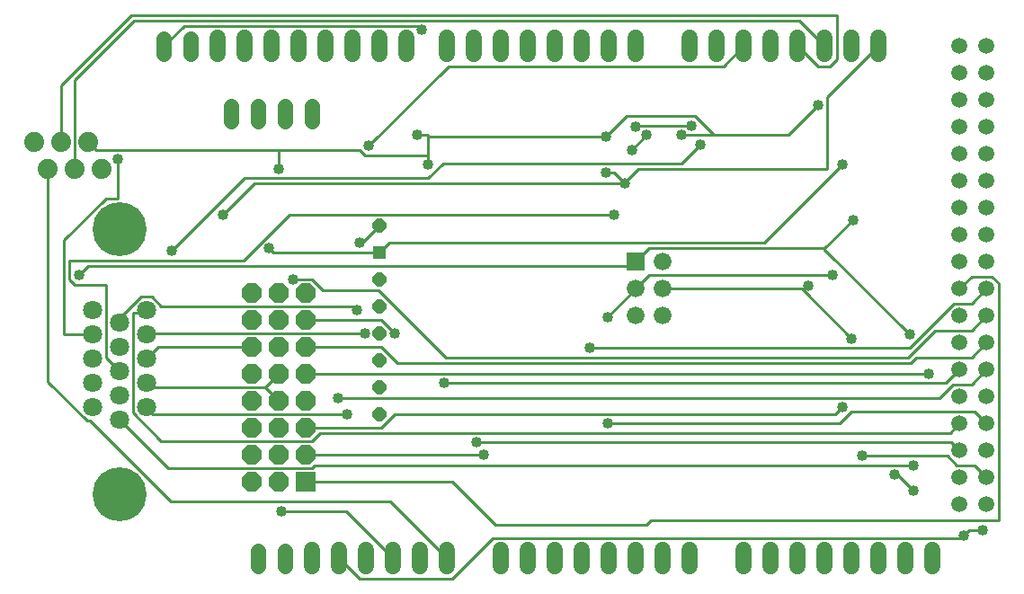
<source format=gbl>
G75*
G70*
%OFA0B0*%
%FSLAX24Y24*%
%IPPOS*%
%LPD*%
%AMOC8*
5,1,8,0,0,1.08239X$1,22.5*
%
%ADD10C,0.0594*%
%ADD11C,0.0594*%
%ADD12C,0.0560*%
%ADD13C,0.0660*%
%ADD14R,0.0660X0.0660*%
%ADD15C,0.0740*%
%ADD16R,0.0740X0.0740*%
%ADD17OC8,0.0740*%
%ADD18OC8,0.0515*%
%ADD19R,0.0515X0.0515*%
%ADD20C,0.0709*%
%ADD21C,0.2000*%
%ADD22C,0.0100*%
%ADD23C,0.0400*%
D10*
X013875Y002073D02*
X013875Y002666D01*
X014875Y002666D02*
X014875Y002073D01*
X015875Y002073D02*
X015875Y002666D01*
X016875Y002666D02*
X016875Y002073D01*
X017875Y002073D02*
X017875Y002666D01*
X018875Y002666D02*
X018875Y002073D01*
X020875Y002073D02*
X020875Y002666D01*
X021875Y002666D02*
X021875Y002073D01*
X022875Y002073D02*
X022875Y002666D01*
X023875Y002666D02*
X023875Y002073D01*
X024875Y002073D02*
X024875Y002666D01*
X025875Y002666D02*
X025875Y002073D01*
X026875Y002073D02*
X026875Y002666D01*
X027875Y002666D02*
X027875Y002073D01*
X029875Y002073D02*
X029875Y002666D01*
X030875Y002666D02*
X030875Y002073D01*
X031875Y002073D02*
X031875Y002666D01*
X032875Y002666D02*
X032875Y002073D01*
X033875Y002073D02*
X033875Y002666D01*
X034875Y002666D02*
X034875Y002073D01*
X035875Y002073D02*
X035875Y002666D01*
X036875Y002666D02*
X036875Y002073D01*
X034875Y021073D02*
X034875Y021666D01*
X033875Y021666D02*
X033875Y021073D01*
X032875Y021073D02*
X032875Y021666D01*
X031875Y021666D02*
X031875Y021073D01*
X030875Y021073D02*
X030875Y021666D01*
X029875Y021666D02*
X029875Y021073D01*
X028875Y021073D02*
X028875Y021666D01*
X027875Y021666D02*
X027875Y021073D01*
X025875Y021073D02*
X025875Y021666D01*
X024875Y021666D02*
X024875Y021073D01*
X023875Y021073D02*
X023875Y021666D01*
X022875Y021666D02*
X022875Y021073D01*
X021875Y021073D02*
X021875Y021666D01*
X020875Y021666D02*
X020875Y021073D01*
X019875Y021073D02*
X019875Y021666D01*
X018875Y021666D02*
X018875Y021073D01*
X017375Y021073D02*
X017375Y021666D01*
X016375Y021666D02*
X016375Y021073D01*
X015375Y021073D02*
X015375Y021666D01*
X014375Y021666D02*
X014375Y021073D01*
X013375Y021073D02*
X013375Y021666D01*
X012375Y021666D02*
X012375Y021073D01*
X011375Y021073D02*
X011375Y021666D01*
X010375Y021666D02*
X010375Y021073D01*
X010375Y021666D01*
D11*
X037875Y021370D03*
X038875Y021370D03*
X038875Y020370D03*
X037875Y020370D03*
X037875Y019370D03*
X038875Y019370D03*
X038875Y018370D03*
X037875Y018370D03*
X037875Y017370D03*
X038875Y017370D03*
X038875Y016370D03*
X037875Y016370D03*
X037875Y015370D03*
X038875Y015370D03*
X038875Y014370D03*
X037875Y014370D03*
X037875Y013370D03*
X038875Y013370D03*
X038875Y012370D03*
X037875Y012370D03*
X037875Y011370D03*
X038875Y011370D03*
X038875Y010370D03*
X037875Y010370D03*
X037875Y009370D03*
X038875Y009370D03*
X038875Y008370D03*
X037875Y008370D03*
X037875Y007370D03*
X038875Y007370D03*
X038875Y006370D03*
X037875Y006370D03*
X037875Y005370D03*
X038875Y005370D03*
X038875Y004370D03*
X037875Y004370D03*
D12*
X013875Y018590D02*
X013875Y019150D01*
X012875Y019150D02*
X012875Y018590D01*
X011875Y018590D02*
X011875Y019150D01*
X010875Y019150D02*
X010875Y018590D01*
X009375Y021090D02*
X009375Y021650D01*
X008375Y021650D02*
X008375Y021090D01*
X011875Y002650D02*
X011875Y002090D01*
X012875Y002090D02*
X012875Y002650D01*
D13*
X025875Y011370D03*
X026875Y011370D03*
X026875Y012370D03*
X025875Y012370D03*
X026875Y013370D03*
D14*
X025875Y013370D03*
D15*
X006075Y016820D03*
X005075Y016820D03*
X004075Y016820D03*
X003575Y017820D03*
X004575Y017820D03*
X005575Y017820D03*
D16*
X013625Y005220D03*
D17*
X012625Y005220D03*
X011625Y005220D03*
X011625Y006220D03*
X012625Y006220D03*
X013625Y006220D03*
X013625Y007220D03*
X012625Y007220D03*
X011625Y007220D03*
X011625Y008220D03*
X012625Y008220D03*
X013625Y008220D03*
X013625Y009220D03*
X012625Y009220D03*
X011625Y009220D03*
X011625Y010220D03*
X012625Y010220D03*
X013625Y010220D03*
X013625Y011220D03*
X012625Y011220D03*
X011625Y011220D03*
X011625Y012220D03*
X012625Y012220D03*
X013625Y012220D03*
D18*
X016375Y012720D03*
X016375Y011720D03*
X016375Y010720D03*
X016375Y009720D03*
X016375Y008720D03*
X016375Y007720D03*
X016375Y014720D03*
D19*
X016375Y013720D03*
D20*
X007725Y011570D03*
X006725Y011120D03*
X007725Y010670D03*
X006725Y010220D03*
X007725Y009770D03*
X006725Y009320D03*
X007725Y008870D03*
X006725Y008420D03*
X007725Y007970D03*
X006725Y007520D03*
X005725Y007970D03*
X005725Y008870D03*
X005725Y009770D03*
X005725Y010670D03*
X005725Y011570D03*
D21*
X006725Y004750D03*
X006725Y014590D03*
D22*
X006675Y015720D02*
X006225Y015720D01*
X004675Y014170D01*
X004675Y010670D01*
X005725Y010670D01*
X006725Y011120D02*
X006725Y011270D01*
X007525Y012070D01*
X007925Y012070D01*
X008275Y011720D01*
X015375Y011720D01*
X015525Y011570D01*
X016425Y011220D02*
X013625Y011220D01*
X013625Y010220D02*
X016425Y010220D01*
X017025Y009620D01*
X036075Y009620D01*
X036275Y009820D01*
X038325Y009820D01*
X038875Y010370D01*
X038325Y010820D02*
X036975Y010820D01*
X035975Y009820D01*
X018825Y009820D01*
X016325Y012320D01*
X014275Y012320D01*
X013875Y012720D01*
X013175Y012720D01*
X012425Y013720D02*
X012275Y013870D01*
X012425Y013720D02*
X016375Y013720D01*
X016725Y014070D01*
X030625Y014070D01*
X033525Y016970D01*
X032975Y016820D02*
X025975Y016820D01*
X025475Y016320D01*
X025475Y016270D01*
X011725Y016270D01*
X010575Y015120D01*
X011375Y016470D02*
X008675Y013770D01*
X011325Y013420D02*
X013025Y015120D01*
X025075Y015120D01*
X025475Y016270D02*
X025075Y016670D01*
X024775Y016670D01*
X025725Y017520D02*
X026275Y018070D01*
X025925Y018420D02*
X027925Y018420D01*
X027575Y018070D02*
X028775Y018070D01*
X028075Y018770D01*
X025525Y018770D01*
X024775Y018020D01*
X018175Y018020D01*
X018175Y017320D01*
X015825Y017320D01*
X015625Y017520D01*
X012625Y017520D01*
X012625Y016820D01*
X012625Y017520D02*
X005875Y017520D01*
X005575Y017820D01*
X004575Y017820D02*
X004575Y019920D01*
X007175Y022520D01*
X033325Y022520D01*
X033325Y020870D01*
X033075Y020620D01*
X032625Y020620D01*
X031875Y021370D01*
X031925Y022320D02*
X032875Y021370D01*
X031925Y022320D02*
X007275Y022320D01*
X005075Y020120D01*
X005075Y016820D01*
X004075Y016820D02*
X004075Y008920D01*
X005525Y007470D01*
X005625Y007470D01*
X008625Y004470D01*
X016775Y004470D01*
X018875Y002370D01*
X019075Y001620D02*
X015625Y001620D01*
X014875Y002370D01*
X015125Y004120D02*
X016875Y002370D01*
X019075Y001620D02*
X020575Y003120D01*
X037925Y003120D01*
X038025Y003220D01*
X038225Y003420D01*
X038725Y003420D01*
X039325Y003770D02*
X026425Y003770D01*
X026275Y003620D01*
X020675Y003620D01*
X019075Y005220D01*
X013625Y005220D01*
X013875Y005720D02*
X008525Y005720D01*
X006725Y007520D01*
X007225Y007770D02*
X007225Y011470D01*
X007625Y011470D01*
X007725Y011570D01*
X007775Y010720D02*
X015825Y010720D01*
X016425Y011220D02*
X016925Y010720D01*
X018775Y008870D02*
X037375Y008870D01*
X037875Y009370D01*
X036725Y009220D02*
X013625Y009220D01*
X012625Y009220D02*
X012125Y008720D01*
X012625Y008220D01*
X012125Y008720D02*
X007875Y008720D01*
X007725Y008870D01*
X006725Y009320D02*
X006225Y009820D01*
X006225Y012520D01*
X005075Y012520D01*
X004875Y012720D01*
X004875Y013420D01*
X011325Y013420D01*
X015625Y014070D02*
X015725Y014070D01*
X016375Y014720D01*
X018175Y016470D02*
X011375Y016470D01*
X006675Y017170D02*
X006675Y015720D01*
X005575Y013220D02*
X025725Y013220D01*
X025875Y013370D01*
X026375Y013870D01*
X032825Y013870D01*
X032850Y013845D01*
X033925Y014920D01*
X032850Y013845D02*
X036025Y010670D01*
X036025Y010170D02*
X024175Y010170D01*
X024825Y011320D02*
X025875Y012370D01*
X026375Y012870D01*
X033175Y012870D01*
X032275Y012470D02*
X032100Y012295D01*
X033875Y010520D01*
X036025Y010170D02*
X037675Y011820D01*
X038325Y011820D01*
X038875Y012370D01*
X039325Y012570D02*
X039075Y012820D01*
X038325Y012820D01*
X037875Y012370D01*
X038875Y011370D02*
X038325Y010820D01*
X038875Y009370D02*
X038325Y008820D01*
X037625Y008820D01*
X037125Y008320D01*
X014825Y008320D01*
X015175Y007720D02*
X007975Y007720D01*
X007725Y007970D01*
X007225Y007770D02*
X008275Y006720D01*
X013875Y006720D01*
X014175Y007020D01*
X037525Y007020D01*
X037875Y007370D01*
X038425Y007820D02*
X033875Y007820D01*
X033425Y007370D01*
X024825Y007370D01*
X020225Y006220D02*
X013625Y006220D01*
X013975Y005820D02*
X013875Y005720D01*
X013975Y005820D02*
X036175Y005820D01*
X035575Y005470D02*
X035475Y005470D01*
X035575Y005470D02*
X036175Y004870D01*
X037425Y006170D02*
X037775Y005820D01*
X038425Y005820D01*
X038875Y005370D01*
X037875Y006370D02*
X037575Y006670D01*
X019975Y006670D01*
X016925Y007720D02*
X016425Y007220D01*
X013625Y007220D01*
X016925Y007720D02*
X033275Y007720D01*
X033525Y007970D01*
X034275Y006170D02*
X037425Y006170D01*
X038875Y007370D02*
X038425Y007820D01*
X039325Y003770D02*
X039325Y012570D01*
X032100Y012295D02*
X032025Y012370D01*
X026875Y012370D01*
X032975Y016820D02*
X032975Y019470D01*
X034875Y021370D01*
X032625Y019170D02*
X031525Y018070D01*
X028775Y018070D01*
X028275Y017720D02*
X027575Y017020D01*
X018725Y017020D01*
X018175Y016470D01*
X018175Y016970D02*
X018175Y017320D01*
X018175Y018020D02*
X018175Y018070D01*
X017775Y018070D01*
X015975Y017670D02*
X018925Y020620D01*
X029125Y020620D01*
X029875Y021370D01*
X025925Y018420D02*
X025875Y018370D01*
X017925Y021970D02*
X017775Y022120D01*
X009125Y022120D01*
X008375Y021370D01*
X005575Y013220D02*
X005225Y012870D01*
X007725Y010670D02*
X007775Y010720D01*
X008175Y010220D02*
X011625Y010220D01*
X008175Y010220D02*
X007725Y009770D01*
X012725Y004120D02*
X015125Y004120D01*
D23*
X012725Y004120D03*
X015175Y007720D03*
X014825Y008320D03*
X015825Y010720D03*
X016925Y010720D03*
X015525Y011570D03*
X013175Y012720D03*
X012275Y013870D03*
X010575Y015120D03*
X008675Y013770D03*
X005225Y012870D03*
X006675Y017170D03*
X012625Y016820D03*
X015975Y017670D03*
X017775Y018070D03*
X018175Y016970D03*
X015625Y014070D03*
X018775Y008870D03*
X019975Y006670D03*
X020225Y006220D03*
X024825Y007370D03*
X024175Y010170D03*
X024825Y011320D03*
X025075Y015120D03*
X025475Y016270D03*
X024775Y016670D03*
X025725Y017520D03*
X026275Y018070D03*
X025875Y018370D03*
X024775Y018020D03*
X027575Y018070D03*
X027925Y018420D03*
X028275Y017720D03*
X032625Y019170D03*
X033525Y016970D03*
X033925Y014920D03*
X033175Y012870D03*
X032275Y012470D03*
X033875Y010520D03*
X036025Y010670D03*
X036725Y009220D03*
X033525Y007970D03*
X034275Y006170D03*
X035475Y005470D03*
X036175Y005820D03*
X036175Y004870D03*
X038725Y003420D03*
X038025Y003220D03*
X017925Y021970D03*
M02*

</source>
